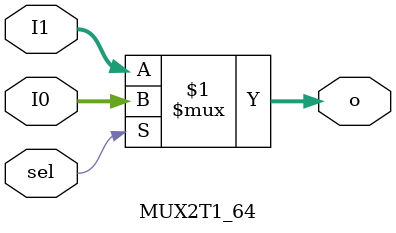
<source format=v>
`timescale 1ns / 1ps
module 	MUX2T1_64(input[63:0]I0,
						 input[63:0]I1,
						 input sel,
						 output[63:0]o
						 );
	assign o = sel? I0:I1;		//64Î»2Ñ¡Ò»,I0¡¢I1¶ÔÓ¦Ñ¡ÔñÍ¨µÀ0¡¢1

endmodule

</source>
